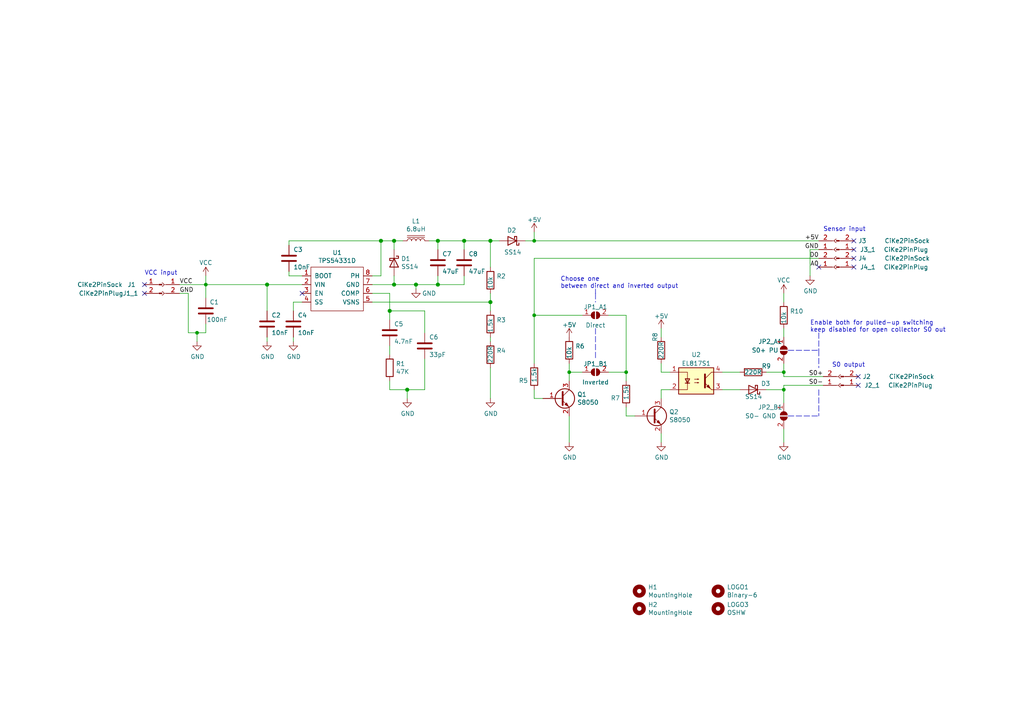
<source format=kicad_sch>
(kicad_sch (version 20210406) (generator eeschema)
  (paper "A4")
  (title_block (title "LasS0") (date "2021-06-03") (rev "v0.1"))
  (lib_symbols
    (symbol "Connector:Conn_01x02_Female" (pin_names (offset 1.016) hide)
      (property "Reference" "J" (at 0 2.54 0))
      (property "Value" "Conn_01x02_Female" (at 0 -5.08 0))
      (symbol "Conn_01x02_Female_1_1"
        (arc (start 0 -2.032) (end 0 -3.048) (radius (at 0 -2.54) (length 0.508) (angles 90.1 -90.1)) (stroke (width 0.1524)))
        (arc (start 0 0.508) (end 0 -0.508) (radius (at 0 0) (length 0.508) (angles 90.1 -90.1)) (stroke (width 0.1524)))
        (polyline (pts (xy -1.27 -2.54) (xy -0.508 -2.54)) (stroke (width 0.1524)))
        (polyline (pts (xy -1.27 0) (xy -0.508 0)) (stroke (width 0.1524)))
        (pin passive line (at -5.08 0 0) (length 3.81) (name "Pin_1") (number "1"))
        (pin passive line (at -5.08 -2.54 0) (length 3.81) (name "Pin_2") (number "2"))
      )
    )
    (symbol "Connector:Conn_01x02_Male" (pin_names (offset 1.016) hide)
      (property "Reference" "J" (at 0 2.54 0))
      (property "Value" "Conn_01x02_Male" (at 0 -5.08 0))
      (symbol "Conn_01x02_Male_1_1"
        (rectangle (start 0.8636 -2.413) (end 0 -2.667) (stroke (width 0.1524)) (fill (type outline)))
        (rectangle (start 0.8636 0.127) (end 0 -0.127) (stroke (width 0.1524)) (fill (type outline)))
        (polyline (pts (xy 1.27 -2.54) (xy 0.8636 -2.54)) (stroke (width 0.1524)))
        (polyline (pts (xy 1.27 0) (xy 0.8636 0)) (stroke (width 0.1524)))
        (pin passive line (at 5.08 0 180) (length 3.81) (name "Pin_1") (number "1"))
        (pin passive line (at 5.08 -2.54 180) (length 3.81) (name "Pin_2") (number "2"))
      )
    )
    (symbol "Device:C" (pin_numbers hide) (pin_names (offset 0.254))
      (property "Reference" "C" (at 0.635 2.54 0))
      (property "Value" "C" (at 0.635 -2.54 0))
      (symbol "C_0_1"
        (polyline (pts (xy -2.032 -0.762) (xy 2.032 -0.762)) (stroke (width 0.508)))
        (polyline (pts (xy -2.032 0.762) (xy 2.032 0.762)) (stroke (width 0.508)))
      )
      (symbol "C_1_1"
        (pin passive line (at 0 3.81 270) (length 2.794) (name "~") (number "1"))
        (pin passive line (at 0 -3.81 90) (length 2.794) (name "~") (number "2"))
      )
    )
    (symbol "Device:L_Iron" (pin_numbers hide) (pin_names (offset 1.016) hide)
      (property "Reference" "L" (at -1.27 0 90))
      (property "Value" "L_Iron" (at 2.794 0 90))
      (symbol "L_Iron_0_1"
        (arc (start 0 -2.54) (end 0 -1.27) (radius (at 0 -1.905) (length 0.635) (angles -89.9 89.9)))
        (arc (start 0 -1.27) (end 0 0) (radius (at 0 -0.635) (length 0.635) (angles -89.9 89.9)))
        (arc (start 0 0) (end 0 1.27) (radius (at 0 0.635) (length 0.635) (angles -89.9 89.9)))
        (arc (start 0 1.27) (end 0 2.54) (radius (at 0 1.905) (length 0.635) (angles -89.9 89.9)))
        (polyline (pts (xy 1.016 2.54) (xy 1.016 -2.54)))
        (polyline (pts (xy 1.524 -2.54) (xy 1.524 2.54)))
      )
      (symbol "L_Iron_1_1"
        (pin passive line (at 0 3.81 270) (length 1.27) (name "1") (number "1"))
        (pin passive line (at 0 -3.81 90) (length 1.27) (name "2") (number "2"))
      )
    )
    (symbol "Device:R" (pin_numbers hide) (pin_names (offset 0))
      (property "Reference" "R" (at 2.032 0 90))
      (property "Value" "R" (at 0 0 90))
      (symbol "R_0_1"
        (rectangle (start -1.016 -2.54) (end 1.016 2.54) (stroke (width 0.254)))
      )
      (symbol "R_1_1"
        (pin passive line (at 0 3.81 270) (length 1.27) (name "~") (number "1"))
        (pin passive line (at 0 -3.81 90) (length 1.27) (name "~") (number "2"))
      )
    )
    (symbol "Isolator:LTV-817S" (pin_names (offset 1.016))
      (property "Reference" "U" (at -3.81 5.08 0))
      (property "Value" "LTV-817S" (at 0 -5.08 0))
      (symbol "LTV-817S_1_1"
        (rectangle (start -5.08 3.81) (end 5.08 -3.81) (stroke (width 0.254)) (fill (type background)))
        (polyline (pts (xy -3.175 -0.635) (xy -1.905 -0.635)) (stroke (width 0.254)))
        (polyline (pts (xy 2.54 0.635) (xy 4.445 2.54)))
        (polyline (pts (xy 4.445 -2.54) (xy 5.08 -2.54)))
        (polyline (pts (xy 4.445 2.54) (xy 5.08 2.54)))
        (polyline (pts (xy -5.08 2.54) (xy -2.54 2.54) (xy -2.54 -0.762)))
        (polyline (pts (xy -2.54 -0.635) (xy -2.54 -2.54) (xy -5.08 -2.54)))
        (polyline (pts (xy 2.54 1.905) (xy 2.54 -1.905) (xy 2.54 -1.905)) (stroke (width 0.508)))
        (polyline (pts (xy -2.54 -0.635) (xy -3.175 0.635) (xy -1.905 0.635) (xy -2.54 -0.635)) (stroke (width 0.254)))
        (polyline (pts (xy -0.508 -0.508) (xy 0.762 -0.508) (xy 0.381 -0.635) (xy 0.381 -0.381) (xy 0.762 -0.508)))
        (polyline (pts (xy -0.508 0.508) (xy 0.762 0.508) (xy 0.381 0.381) (xy 0.381 0.635) (xy 0.762 0.508)))
        (polyline (pts (xy 4.445 -2.54) (xy 2.54 -0.635)) (fill (type outline)))
        (polyline (pts (xy 3.048 -1.651) (xy 3.556 -1.143) (xy 4.064 -2.159) (xy 3.048 -1.651) (xy 3.048 -1.651)) (fill (type outline)))
        (pin passive line (at -7.62 2.54 0) (length 2.54) (name "~") (number "1"))
        (pin passive line (at -7.62 -2.54 0) (length 2.54) (name "~") (number "2"))
        (pin passive line (at 7.62 -2.54 180) (length 2.54) (name "~") (number "3"))
        (pin passive line (at 7.62 2.54 180) (length 2.54) (name "~") (number "4"))
      )
    )
    (symbol "Jumper:SolderJumper_2_Open" (pin_names (offset 0) hide)
      (property "Reference" "JP" (at 0 2.032 0))
      (property "Value" "SolderJumper_2_Open" (at 0 -2.54 0))
      (symbol "SolderJumper_2_Open_0_1"
        (arc (start -0.254 1.016) (end -0.254 -1.016) (radius (at -0.254 0) (length 1.016) (angles 90.1 -90.1)))
        (arc (start 0.254 -1.016) (end 0.254 1.016) (radius (at 0.254 0) (length 1.016) (angles -89.9 89.9)))
        (arc (start -0.254 1.016) (end -0.254 -1.016) (radius (at -0.254 0) (length 1.016) (angles 90.1 -90.1)) (fill (type outline)))
        (arc (start 0.254 -1.016) (end 0.254 1.016) (radius (at 0.254 0) (length 1.016) (angles -89.9 89.9)) (fill (type outline)))
        (polyline (pts (xy -0.254 1.016) (xy -0.254 -1.016)))
        (polyline (pts (xy 0.254 1.016) (xy 0.254 -1.016)))
      )
      (symbol "SolderJumper_2_Open_1_1"
        (pin passive line (at -3.81 0 0) (length 2.54) (name "A") (number "1"))
        (pin passive line (at 3.81 0 180) (length 2.54) (name "B") (number "2"))
      )
    )
    (symbol "Mechanical:MountingHole" (pin_names (offset 1.016))
      (property "Reference" "H" (at 0 5.08 0))
      (property "Value" "MountingHole" (at 0 3.175 0))
      (symbol "MountingHole_0_1"
        (circle (center 0 0) (radius 1.27) (stroke (width 1.27)))
      )
    )
    (symbol "MeineBibli:S8050_correctpins" (pin_names (offset 0) hide)
      (property "Reference" "Q" (at 5.08 1.905 0))
      (property "Value" "S8050_correctpins" (at 5.08 0 0))
      (symbol "S8050_correctpins_0_1"
        (circle (center 1.27 0) (radius 2.8194) (stroke (width 0.254)))
        (polyline (pts (xy 0 0) (xy 0.635 0)))
        (polyline (pts (xy 0.635 0.635) (xy 2.54 2.54)))
        (polyline (pts (xy 0.635 -0.635) (xy 2.54 -2.54) (xy 2.54 -2.54)))
        (polyline (pts (xy 0.635 1.905) (xy 0.635 -1.905) (xy 0.635 -1.905)) (stroke (width 0.508)))
        (polyline (pts (xy 1.27 -1.778) (xy 1.778 -1.27) (xy 2.286 -2.286) (xy 1.27 -1.778) (xy 1.27 -1.778)) (fill (type outline)))
      )
      (symbol "S8050_correctpins_1_1"
        (pin input line (at -5.08 0 0) (length 5.08) (name "B") (number "1"))
        (pin passive line (at 2.54 -5.08 90) (length 2.54) (name "E") (number "2"))
        (pin passive line (at 2.54 5.08 270) (length 2.54) (name "C") (number "3"))
      )
    )
    (symbol "MeineBibli:SS14" (pin_numbers hide) (pin_names (offset 1.016) hide)
      (property "Reference" "D" (at 0 2.54 0))
      (property "Value" "SS14" (at 0 -2.54 0))
      (symbol "SS14_0_1"
        (polyline (pts (xy 1.27 0) (xy -1.27 0)))
        (polyline (pts (xy 1.27 1.27) (xy 1.27 -1.27) (xy -1.27 0) (xy 1.27 1.27)) (stroke (width 0.254)))
        (polyline (pts (xy -1.905 0.635) (xy -1.905 1.27) (xy -1.27 1.27) (xy -1.27 -1.27) (xy -0.635 -1.27) (xy -0.635 -0.635)) (stroke (width 0.254)))
      )
      (symbol "SS14_1_1"
        (pin passive line (at -3.81 0 0) (length 2.54) (name "K") (number "1"))
        (pin passive line (at 3.81 0 180) (length 2.54) (name "A") (number "2"))
      )
    )
    (symbol "MeineBibli:TPS54331D" (pin_names (offset 1.016))
      (property "Reference" "U" (at 0 10.16 0))
      (property "Value" "TPS54331D" (at 0 7.62 0))
      (property "LCSC" "C9865" (at 0 0 0))
      (symbol "TPS54331D_0_0"
        (pin input line (at -10.16 3.81 0) (length 2.54) (name "BOOT") (number "1"))
        (pin passive line (at -10.16 1.27 0) (length 2.54) (name "VIN") (number "2"))
        (pin input line (at -10.16 -1.27 0) (length 2.54) (name "EN") (number "3"))
        (pin input line (at -10.16 -3.81 0) (length 2.54) (name "SS") (number "4"))
        (pin input line (at 10.16 -3.81 180) (length 2.54) (name "VSNS") (number "5"))
        (pin input line (at 10.16 -1.27 180) (length 2.54) (name "COMP") (number "6"))
        (pin passive line (at 10.16 1.27 180) (length 2.54) (name "GND") (number "7"))
        (pin output line (at 10.16 3.81 180) (length 2.54) (name "PH") (number "8"))
      )
      (symbol "TPS54331D_0_1"
        (rectangle (start -7.62 6.35) (end 7.62 -6.35))
      )
    )
    (symbol "power:+5V" (power) (pin_names (offset 0))
      (property "Value" "+5V" (at 0 3.556 0))
      (symbol "+5V_0_1"
        (polyline (pts (xy -0.762 1.27) (xy 0 2.54)))
        (polyline (pts (xy 0 0) (xy 0 2.54)))
        (polyline (pts (xy 0 2.54) (xy 0.762 1.27)))
      )
      (symbol "+5V_1_1"
        (pin power_in line (at 0 0 90) (length 0) hide (name "+5V") (number "1"))
      )
    )
    (symbol "power:GND" (power) (pin_names (offset 0))
      (property "Value" "GND" (at 0 -3.81 0))
      (symbol "GND_0_1"
        (polyline (pts (xy 0 0) (xy 0 -1.27) (xy 1.27 -1.27) (xy 0 -2.54) (xy -1.27 -1.27) (xy 0 -1.27)))
      )
      (symbol "GND_1_1"
        (pin power_in line (at 0 0 270) (length 0) hide (name "GND") (number "1"))
      )
    )
    (symbol "power:VCC" (power) (pin_names (offset 0))
      (property "Value" "VCC" (at 0 3.81 0))
      (symbol "VCC_0_1"
        (polyline (pts (xy -0.762 1.27) (xy 0 2.54)))
        (polyline (pts (xy 0 0) (xy 0 2.54)))
        (polyline (pts (xy 0 2.54) (xy 0.762 1.27)))
      )
      (symbol "VCC_1_1"
        (pin power_in line (at 0 0 90) (length 0) hide (name "VCC") (number "1"))
      )
    )
  )
  (junction (at 57.15 96.52) (diameter 0.9144))
  (junction (at 59.69 82.55) (diameter 0.9144))
  (junction (at 77.47 82.55) (diameter 1.016))
  (junction (at 110.49 69.85) (diameter 1.016))
  (junction (at 113.03 90.17) (diameter 1.016))
  (junction (at 114.3 69.85) (diameter 1.016))
  (junction (at 114.3 82.55) (diameter 1.016))
  (junction (at 118.11 113.03) (diameter 1.016))
  (junction (at 120.65 82.55) (diameter 1.016))
  (junction (at 127 69.85) (diameter 1.016))
  (junction (at 127 82.55) (diameter 1.016))
  (junction (at 134.62 69.85) (diameter 1.016))
  (junction (at 142.24 69.85) (diameter 1.016))
  (junction (at 142.24 87.63) (diameter 1.016))
  (junction (at 154.94 69.85) (diameter 0.9144))
  (junction (at 154.94 91.44) (diameter 0.9144))
  (junction (at 165.1 107.95) (diameter 0.9144))
  (junction (at 181.61 107.95) (diameter 0.9144))
  (junction (at 227.33 107.95) (diameter 0.9144))
  (junction (at 227.33 113.03) (diameter 0.9144))
  (no_connect (at 41.91 82.55))
  (no_connect (at 41.91 85.09))
  (no_connect (at 87.63 85.09))
  (no_connect (at 237.49 77.47))
  (no_connect (at 247.65 69.85))
  (no_connect (at 247.65 72.39))
  (no_connect (at 247.65 74.93))
  (no_connect (at 247.65 77.47))
  (no_connect (at 248.92 109.22))
  (no_connect (at 248.92 111.76))
  (wire (pts (xy 52.07 82.55) (xy 59.69 82.55)))
  (wire (pts (xy 52.07 85.09) (xy 54.61 85.09)))
  (wire (pts (xy 54.61 85.09) (xy 54.61 96.52)))
  (wire (pts (xy 57.15 96.52) (xy 54.61 96.52)))
  (wire (pts (xy 57.15 96.52) (xy 59.69 96.52)))
  (wire (pts (xy 57.15 99.06) (xy 57.15 96.52)))
  (wire (pts (xy 59.69 80.01) (xy 59.69 82.55)))
  (wire (pts (xy 59.69 82.55) (xy 59.69 86.36)))
  (wire (pts (xy 59.69 82.55) (xy 77.47 82.55)))
  (wire (pts (xy 59.69 93.98) (xy 59.69 96.52)))
  (wire (pts (xy 77.47 82.55) (xy 77.47 90.17)))
  (wire (pts (xy 77.47 97.79) (xy 77.47 99.06)))
  (wire (pts (xy 83.82 69.85) (xy 83.82 71.12)))
  (wire (pts (xy 83.82 69.85) (xy 110.49 69.85)))
  (wire (pts (xy 83.82 80.01) (xy 83.82 78.74)))
  (wire (pts (xy 85.09 87.63) (xy 85.09 90.17)))
  (wire (pts (xy 85.09 97.79) (xy 85.09 99.06)))
  (wire (pts (xy 87.63 80.01) (xy 83.82 80.01)))
  (wire (pts (xy 87.63 82.55) (xy 77.47 82.55)))
  (wire (pts (xy 87.63 87.63) (xy 85.09 87.63)))
  (wire (pts (xy 107.95 80.01) (xy 110.49 80.01)))
  (wire (pts (xy 107.95 82.55) (xy 114.3 82.55)))
  (wire (pts (xy 107.95 85.09) (xy 113.03 85.09)))
  (wire (pts (xy 107.95 87.63) (xy 142.24 87.63)))
  (wire (pts (xy 110.49 69.85) (xy 110.49 80.01)))
  (wire (pts (xy 113.03 85.09) (xy 113.03 90.17)))
  (wire (pts (xy 113.03 90.17) (xy 113.03 92.71)))
  (wire (pts (xy 113.03 90.17) (xy 123.19 90.17)))
  (wire (pts (xy 113.03 100.33) (xy 113.03 102.87)))
  (wire (pts (xy 113.03 110.49) (xy 113.03 113.03)))
  (wire (pts (xy 113.03 113.03) (xy 118.11 113.03)))
  (wire (pts (xy 114.3 69.85) (xy 110.49 69.85)))
  (wire (pts (xy 114.3 69.85) (xy 114.3 72.39)))
  (wire (pts (xy 114.3 69.85) (xy 116.84 69.85)))
  (wire (pts (xy 114.3 82.55) (xy 114.3 80.01)))
  (wire (pts (xy 114.3 82.55) (xy 120.65 82.55)))
  (wire (pts (xy 118.11 113.03) (xy 123.19 113.03)))
  (wire (pts (xy 118.11 115.57) (xy 118.11 113.03)))
  (wire (pts (xy 120.65 82.55) (xy 127 82.55)))
  (wire (pts (xy 120.65 83.82) (xy 120.65 82.55)))
  (wire (pts (xy 123.19 90.17) (xy 123.19 96.52)))
  (wire (pts (xy 123.19 113.03) (xy 123.19 104.14)))
  (wire (pts (xy 124.46 69.85) (xy 127 69.85)))
  (wire (pts (xy 127 69.85) (xy 127 72.39)))
  (wire (pts (xy 127 69.85) (xy 134.62 69.85)))
  (wire (pts (xy 127 82.55) (xy 127 80.01)))
  (wire (pts (xy 134.62 69.85) (xy 134.62 72.39)))
  (wire (pts (xy 134.62 69.85) (xy 142.24 69.85)))
  (wire (pts (xy 134.62 80.01) (xy 134.62 82.55)))
  (wire (pts (xy 134.62 82.55) (xy 127 82.55)))
  (wire (pts (xy 142.24 69.85) (xy 144.78 69.85)))
  (wire (pts (xy 142.24 77.47) (xy 142.24 69.85)))
  (wire (pts (xy 142.24 87.63) (xy 142.24 85.09)))
  (wire (pts (xy 142.24 90.17) (xy 142.24 87.63)))
  (wire (pts (xy 142.24 97.79) (xy 142.24 99.06)))
  (wire (pts (xy 142.24 106.68) (xy 142.24 115.57)))
  (wire (pts (xy 152.4 69.85) (xy 154.94 69.85)))
  (wire (pts (xy 154.94 67.31) (xy 154.94 69.85)))
  (wire (pts (xy 154.94 69.85) (xy 237.49 69.85)))
  (wire (pts (xy 154.94 74.93) (xy 154.94 91.44)))
  (wire (pts (xy 154.94 74.93) (xy 237.49 74.93)))
  (wire (pts (xy 154.94 91.44) (xy 154.94 105.41)))
  (wire (pts (xy 154.94 91.44) (xy 168.91 91.44)))
  (wire (pts (xy 154.94 113.03) (xy 154.94 115.57)))
  (wire (pts (xy 154.94 115.57) (xy 157.48 115.57)))
  (wire (pts (xy 165.1 105.41) (xy 165.1 107.95)))
  (wire (pts (xy 165.1 107.95) (xy 165.1 110.49)))
  (wire (pts (xy 165.1 107.95) (xy 168.91 107.95)))
  (wire (pts (xy 165.1 120.65) (xy 165.1 128.27)))
  (wire (pts (xy 176.53 91.44) (xy 181.61 91.44)))
  (wire (pts (xy 176.53 107.95) (xy 181.61 107.95)))
  (wire (pts (xy 181.61 91.44) (xy 181.61 107.95)))
  (wire (pts (xy 181.61 107.95) (xy 181.61 110.49)))
  (wire (pts (xy 181.61 118.11) (xy 181.61 120.65)))
  (wire (pts (xy 181.61 120.65) (xy 184.15 120.65)))
  (wire (pts (xy 191.77 95.25) (xy 191.77 97.79)))
  (wire (pts (xy 191.77 105.41) (xy 191.77 107.95)))
  (wire (pts (xy 191.77 107.95) (xy 194.31 107.95)))
  (wire (pts (xy 191.77 113.03) (xy 191.77 115.57)))
  (wire (pts (xy 191.77 113.03) (xy 194.31 113.03)))
  (wire (pts (xy 191.77 125.73) (xy 191.77 128.27)))
  (wire (pts (xy 209.55 107.95) (xy 214.63 107.95)))
  (wire (pts (xy 209.55 113.03) (xy 214.63 113.03)))
  (wire (pts (xy 222.25 107.95) (xy 227.33 107.95)))
  (wire (pts (xy 227.33 85.09) (xy 227.33 87.63)))
  (wire (pts (xy 227.33 95.25) (xy 227.33 97.79)))
  (wire (pts (xy 227.33 105.41) (xy 227.33 107.95)))
  (wire (pts (xy 227.33 107.95) (xy 227.33 109.22)))
  (wire (pts (xy 227.33 109.22) (xy 238.76 109.22)))
  (wire (pts (xy 227.33 111.76) (xy 227.33 113.03)))
  (wire (pts (xy 227.33 113.03) (xy 222.25 113.03)))
  (wire (pts (xy 227.33 113.03) (xy 227.33 116.84)))
  (wire (pts (xy 227.33 124.46) (xy 227.33 128.27)))
  (wire (pts (xy 234.95 72.39) (xy 234.95 80.01)))
  (wire (pts (xy 237.49 72.39) (xy 234.95 72.39)))
  (wire (pts (xy 238.76 111.76) (xy 227.33 111.76)))
  (polyline (pts (xy 172.72 83.82) (xy 172.72 85.09)) (stroke (width 0) (type dash)))
  (polyline (pts (xy 172.72 85.09) (xy 172.72 87.63)) (stroke (width 0) (type dash)))
  (polyline (pts (xy 172.72 95.25) (xy 172.72 104.14)) (stroke (width 0) (type dash)))
  (polyline (pts (xy 228.6 101.6) (xy 237.49 101.6)) (stroke (width 0) (type dash)))
  (polyline (pts (xy 228.6 120.65) (xy 237.49 120.65)) (stroke (width 0) (type dash)))
  (polyline (pts (xy 237.49 96.52) (xy 237.49 101.6)) (stroke (width 0) (type dash)))
  (polyline (pts (xy 237.49 101.6) (xy 237.49 106.68)) (stroke (width 0) (type dash)))
  (polyline (pts (xy 237.49 113.03) (xy 237.49 120.65)) (stroke (width 0) (type dash)))
  (text "VCC input" (at 41.91 80.01 0) (effects (font (size 1.27 1.27)) (justify left bottom)))
  (text "Choose one\nbetween direct and inverted output" (at 162.56 83.82 0) (effects (font (size 1.27 1.27)) (justify left bottom)))
  (text "Enable both for pulled-up switching\nkeep disabled for open collector S0 out" (at 234.95 96.52 0) (effects (font (size 1.27 1.27)) (justify left bottom)))
  (text "Sensor input" (at 238.76 67.31 0) (effects (font (size 1.27 1.27)) (justify left bottom)))
  (text "S0 output" (at 241.3 106.68 0) (effects (font (size 1.27 1.27)) (justify left bottom)))
  (label "VCC" (at 52.07 82.55 0))
  (label "GND" (at 52.07 85.09 0))
  (label "+5V" (at 237.49 69.85 180))
  (label "GND" (at 237.49 72.39 180))
  (label "D0" (at 237.49 74.93 180))
  (label "A0" (at 237.49 77.47 180))
  (label "S0+" (at 238.76 109.22 180))
  (label "S0-" (at 238.76 111.76 180))
  (symbol (lib_id "power:VCC") (at 59.69 80.01 0) (unit 1)
    (property "Reference" "#PWR02" (effects hide))
    (property "Value" "VCC" (at 59.69 76.2 0))
  )
  (symbol (lib_id "power:+5V") (at 154.94 67.31 0) (unit 1)
    (property "Reference" "#PWR08" (effects hide))
    (property "Value" "+5V" (at 154.94 63.754 0))
  )
  (symbol (lib_id "power:+5V") (at 165.1 97.79 0) (unit 1)
    (property "Reference" "#PWR09" (effects hide))
    (property "Value" "+5V" (at 165.1 94.234 0))
  )
  (symbol (lib_id "power:+5V") (at 191.77 95.25 0) (unit 1)
    (property "Reference" "#PWR011" (effects hide))
    (property "Value" "+5V" (at 191.77 91.694 0))
  )
  (symbol (lib_id "power:VCC") (at 227.33 85.09 0) (unit 1)
    (property "Reference" "#PWR013" (effects hide))
    (property "Value" "VCC" (at 227.33 81.28 0))
  )
  (symbol (lib_id "power:GND") (at 57.15 99.06 0) (unit 1)
    (property "Reference" "#PWR01" (effects hide))
    (property "Value" "GND" (at 57.277 103.4542 0))
  )
  (symbol (lib_id "power:GND") (at 77.47 99.06 0) (unit 1)
    (property "Reference" "#PWR03" (effects hide))
    (property "Value" "GND" (at 77.597 103.4542 0))
  )
  (symbol (lib_id "power:GND") (at 85.09 99.06 0) (unit 1)
    (property "Reference" "#PWR04" (effects hide))
    (property "Value" "GND" (at 85.217 103.4542 0))
  )
  (symbol (lib_id "power:GND") (at 118.11 115.57 0) (unit 1)
    (property "Reference" "#PWR05" (effects hide))
    (property "Value" "GND" (at 118.237 119.9642 0))
  )
  (symbol (lib_id "power:GND") (at 120.65 83.82 0) (unit 1)
    (property "Reference" "#PWR06" (effects hide))
    (property "Value" "GND" (at 124.46 85.09 0))
  )
  (symbol (lib_id "power:GND") (at 142.24 115.57 0) (unit 1)
    (property "Reference" "#PWR07" (effects hide))
    (property "Value" "GND" (at 142.367 119.9642 0))
  )
  (symbol (lib_id "power:GND") (at 165.1 128.27 0) (unit 1)
    (property "Reference" "#PWR010" (effects hide))
    (property "Value" "GND" (at 165.227 132.6642 0))
  )
  (symbol (lib_id "power:GND") (at 191.77 128.27 0) (unit 1)
    (property "Reference" "#PWR012" (effects hide))
    (property "Value" "GND" (at 191.897 132.6642 0))
  )
  (symbol (lib_id "power:GND") (at 227.33 128.27 0) (unit 1)
    (property "Reference" "#PWR014" (effects hide))
    (property "Value" "GND" (at 227.457 132.6642 0))
  )
  (symbol (lib_id "power:GND") (at 234.95 80.01 0) (unit 1)
    (property "Reference" "#PWR015" (effects hide))
    (property "Value" "GND" (at 235.077 84.4042 0))
  )
  (symbol (lib_id "Mechanical:MountingHole") (at 185.42 171.45 0) (unit 1) (in_bom no)
    (property "Reference" "H1" (at 187.9601 170.3006 0) (effects (justify left)))
    (property "Value" "MountingHole" (at 187.9601 172.5993 0) (effects (justify left)))
    (property "Footprint" "MeineBib:EigenesMountingHole_2.7mm_M2.5" (effects hide))
  )
  (symbol (lib_id "Mechanical:MountingHole") (at 185.42 176.53 0) (unit 1) (in_bom no)
    (property "Reference" "H2" (at 187.9601 175.3806 0) (effects (justify left)))
    (property "Value" "MountingHole" (at 187.9601 177.6793 0) (effects (justify left)))
    (property "Footprint" "MeineBib:EigenesMountingHole_2.7mm_M2.5" (effects hide))
  )
  (symbol (lib_id "Mechanical:MountingHole") (at 208.28 171.45 0) (unit 1) (in_bom no)
    (property "Reference" "LOGO1" (at 210.82 170.2816 0) (effects (justify left)))
    (property "Value" "Binary-6" (at 210.82 172.593 0) (effects (justify left)))
    (property "Footprint" "MeineBib:Binary_6_v0.1" (effects hide))
  )
  (symbol (lib_id "Mechanical:MountingHole") (at 208.28 176.53 0) (unit 1) (in_bom no)
    (property "Reference" "LOGO3" (at 210.82 175.362 0) (effects (justify left)))
    (property "Value" "OSHW" (at 210.82 177.673 0) (effects (justify left)))
    (property "Footprint" "Symbol:OSHW-Symbol_6.7x6mm_SilkScreen" (effects hide))
  )
  (symbol (lib_id "Device:L_Iron") (at 120.65 69.85 270) (mirror x) (unit 1)
    (property "Reference" "L1" (at 120.65 64.135 90))
    (property "Value" "6.8uH" (at 120.65 66.4464 90))
    (property "Footprint" "MeineBib:Sunltech_SLO0630H" (effects hide))
    (property "Datasheet" "https://datasheet.lcsc.com/szlcsc/1811091611_Sunltech-Tech-SLO0630H6R8MTT_C207841.pdf" (effects hide))
    (property "LCSC" "C207841" (effects hide))
  )
  (symbol (lib_id "Jumper:SolderJumper_2_Open") (at 172.72 91.44 0) (mirror x) (unit 1) (in_bom no)
    (property "Reference" "JP1_A1" (at 172.72 89.027 0))
    (property "Value" "Direct" (at 172.72 94.336 0))
    (property "Footprint" "Jumper:SolderJumper-2_P1.3mm_Open_TrianglePad1.0x1.5mm" (effects hide))
  )
  (symbol (lib_id "Jumper:SolderJumper_2_Open") (at 172.72 107.95 0) (mirror x) (unit 1) (in_bom no)
    (property "Reference" "JP1_B1" (at 172.72 105.537 0))
    (property "Value" "Inverted" (at 172.72 110.846 0))
    (property "Footprint" "Jumper:SolderJumper-2_P1.3mm_Open_TrianglePad1.0x1.5mm" (effects hide))
  )
  (symbol (lib_id "Jumper:SolderJumper_2_Open") (at 227.33 101.6 90) (mirror x) (unit 1) (in_bom no)
    (property "Reference" "JP2_A1" (at 223.393 99.06 90))
    (property "Value" "S0+ PU" (at 221.894 101.6 90))
    (property "Footprint" "Jumper:SolderJumper-2_P1.3mm_Open_TrianglePad1.0x1.5mm" (effects hide))
  )
  (symbol (lib_id "Jumper:SolderJumper_2_Open") (at 227.33 120.65 90) (mirror x) (unit 1) (in_bom no)
    (property "Reference" "JP2_B1" (at 223.393 118.11 90))
    (property "Value" "S0- GND" (at 220.624 120.65 90))
    (property "Footprint" "Jumper:SolderJumper-2_P1.3mm_Open_TrianglePad1.0x1.5mm" (effects hide))
  )
  (symbol (lib_id "Connector:Conn_01x02_Male") (at 46.99 82.55 0) (mirror y) (unit 1) (on_board no)
    (property "Reference" "J1_1" (at 35.56 85.09 0) (effects (justify right)))
    (property "Value" "CiKe2PinPlug" (at 22.86 85.09 0) (effects (justify right)))
    (property "LCSC" "C71370" (effects hide))
  )
  (symbol (lib_id "Connector:Conn_01x02_Male") (at 242.57 72.39 0) (mirror x) (unit 1) (on_board no)
    (property "Reference" "J3_1" (at 254 72.39 0) (effects (justify right)))
    (property "Value" "CiKe2PinPlug" (at 269.24 72.39 0) (effects (justify right)))
    (property "LCSC" "C71370" (effects hide))
  )
  (symbol (lib_id "Connector:Conn_01x02_Male") (at 242.57 77.47 0) (mirror x) (unit 1) (on_board no)
    (property "Reference" "J4_1" (at 254 77.47 0) (effects (justify right)))
    (property "Value" "CiKe2PinPlug" (at 269.24 77.47 0) (effects (justify right)))
    (property "LCSC" "C71370" (effects hide))
  )
  (symbol (lib_id "Connector:Conn_01x02_Male") (at 243.84 111.76 0) (mirror x) (unit 1) (on_board no)
    (property "Reference" "J2_1" (at 255.27 111.76 0) (effects (justify right)))
    (property "Value" "CiKe2PinPlug" (at 270.51 111.76 0) (effects (justify right)))
    (property "LCSC" "C71370" (effects hide))
  )
  (symbol (lib_id "Device:R") (at 113.03 106.68 0) (unit 1)
    (property "Reference" "R1" (at 114.808 105.5116 0) (effects (justify left)))
    (property "Value" "47K" (at 114.808 107.823 0) (effects (justify left)))
    (property "Footprint" "Resistor_SMD:R_0603_1608Metric" (effects hide))
    (property "LCSC" "C25819" (effects hide))
  )
  (symbol (lib_id "Device:R") (at 142.24 81.28 0) (unit 1)
    (property "Reference" "R2" (at 144.018 80.1116 0) (effects (justify left)))
    (property "Value" "10k" (at 142.24 83.82 90) (effects (justify left)))
    (property "Footprint" "Resistor_SMD:R_0603_1608Metric" (effects hide))
    (property "LCSC" "C25804" (effects hide))
  )
  (symbol (lib_id "Device:R") (at 142.24 93.98 0) (unit 1)
    (property "Reference" "R3" (at 144.018 92.8116 0) (effects (justify left)))
    (property "Value" "1.5k" (at 142.24 96.52 90) (effects (justify left)))
    (property "Footprint" "Resistor_SMD:R_0603_1608Metric" (effects hide))
    (property "LCSC" "C22843" (effects hide))
  )
  (symbol (lib_id "Device:R") (at 142.24 102.87 0) (unit 1)
    (property "Reference" "R4" (at 144.018 101.7016 0) (effects (justify left)))
    (property "Value" "220R" (at 142.24 105.41 90) (effects (justify left)))
    (property "Footprint" "Resistor_SMD:R_0603_1608Metric" (effects hide))
    (property "LCSC" "C22962" (effects hide))
  )
  (symbol (lib_id "Device:R") (at 154.94 109.22 180) (unit 1)
    (property "Reference" "R5" (at 153.162 110.3884 0) (effects (justify left)))
    (property "Value" "1.5k" (at 154.94 106.68 90) (effects (justify left)))
    (property "Footprint" "Resistor_SMD:R_0603_1608Metric" (effects hide))
    (property "LCSC" "C22843" (effects hide))
  )
  (symbol (lib_id "Device:R") (at 165.1 101.6 0) (unit 1)
    (property "Reference" "R6" (at 166.878 100.4316 0) (effects (justify left)))
    (property "Value" "10k" (at 165.1 104.14 90) (effects (justify left)))
    (property "Footprint" "Resistor_SMD:R_0603_1608Metric" (effects hide))
    (property "LCSC" "C25804" (effects hide))
  )
  (symbol (lib_id "Device:R") (at 181.61 114.3 180) (unit 1)
    (property "Reference" "R7" (at 179.832 115.4684 0) (effects (justify left)))
    (property "Value" "1.5k" (at 181.61 111.76 90) (effects (justify left)))
    (property "Footprint" "Resistor_SMD:R_0603_1608Metric" (effects hide))
    (property "LCSC" "C22843" (effects hide))
  )
  (symbol (lib_id "Device:R") (at 191.77 101.6 180) (unit 1)
    (property "Reference" "R8" (at 189.992 96.4184 90) (effects (justify left)))
    (property "Value" "220R" (at 191.77 99.06 90) (effects (justify left)))
    (property "Footprint" "Resistor_SMD:R_0603_1608Metric" (effects hide))
    (property "LCSC" "C22962" (effects hide))
  )
  (symbol (lib_id "Device:R") (at 218.44 107.95 90) (unit 1)
    (property "Reference" "R9" (at 223.6216 106.172 90) (effects (justify left)))
    (property "Value" "220R" (at 220.98 107.95 90) (effects (justify left)))
    (property "Footprint" "Resistor_SMD:R_0603_1608Metric" (effects hide))
    (property "LCSC" "C22962" (effects hide))
  )
  (symbol (lib_id "Device:R") (at 227.33 91.44 0) (unit 1)
    (property "Reference" "R10" (at 229.108 90.2716 0) (effects (justify left)))
    (property "Value" "10k" (at 227.33 93.98 90) (effects (justify left)))
    (property "Footprint" "Resistor_SMD:R_0603_1608Metric" (effects hide))
    (property "LCSC" "C25804" (effects hide))
  )
  (symbol (lib_id "Connector:Conn_01x02_Female") (at 46.99 82.55 0) (mirror y) (unit 1)
    (property "Reference" "J1" (at 39.37 82.55 0) (effects (justify left)))
    (property "Value" "CiKe2PinSock" (at 35.56 82.55 0) (effects (justify left)))
    (property "Footprint" "MeineBib:Cixi_Kefa_Elec_KF2EDGR-5.08-2P" (effects hide))
    (property "LCSC" "C8383" (effects hide))
  )
  (symbol (lib_id "Connector:Conn_01x02_Female") (at 242.57 72.39 0) (mirror x) (unit 1)
    (property "Reference" "J3" (at 248.92 69.85 0) (effects (justify left)))
    (property "Value" "CiKe2PinSock" (at 256.54 69.85 0) (effects (justify left)))
    (property "Footprint" "MeineBib:Cixi_Kefa_Elec_KF2EDGR-5.08-2P" (effects hide))
    (property "LCSC" "C8383" (effects hide))
  )
  (symbol (lib_id "Connector:Conn_01x02_Female") (at 242.57 77.47 0) (mirror x) (unit 1)
    (property "Reference" "J4" (at 248.92 74.93 0) (effects (justify left)))
    (property "Value" "CiKe2PinSock" (at 256.54 74.93 0) (effects (justify left)))
    (property "Footprint" "MeineBib:Cixi_Kefa_Elec_KF2EDGR-5.08-2P" (effects hide))
    (property "LCSC" "C8383" (effects hide))
  )
  (symbol (lib_id "Connector:Conn_01x02_Female") (at 243.84 111.76 0) (mirror x) (unit 1)
    (property "Reference" "J2" (at 250.19 109.22 0) (effects (justify left)))
    (property "Value" "CiKe2PinSock" (at 257.81 109.22 0) (effects (justify left)))
    (property "Footprint" "MeineBib:Cixi_Kefa_Elec_KF2EDGR-5.08-2P" (effects hide))
    (property "LCSC" "C8383" (effects hide))
  )
  (symbol (lib_id "MeineBibli:SS14") (at 114.3 76.2 270) (unit 1)
    (property "Reference" "D1" (at 116.332 75.0316 90) (effects (justify left)))
    (property "Value" "SS14" (at 116.332 77.343 90) (effects (justify left)))
    (property "Footprint" "Diode_SMD:D_SMA" (effects hide))
    (property "Datasheet" "https://datasheet.lcsc.com/szlcsc/1903051003_MDD-Jiangsu-Yutai-Elec-SS14_C2480.pdf" (effects hide))
    (property "LCSC" "C2480" (effects hide))
  )
  (symbol (lib_id "MeineBibli:SS14") (at 148.59 69.85 180) (unit 1)
    (property "Reference" "D2" (at 149.7584 66.802 0) (effects (justify left)))
    (property "Value" "SS14" (at 151.257 73.152 0) (effects (justify left)))
    (property "Footprint" "Diode_SMD:D_SMA" (effects hide))
    (property "Datasheet" "https://datasheet.lcsc.com/szlcsc/1903051003_MDD-Jiangsu-Yutai-Elec-SS14_C2480.pdf" (effects hide))
    (property "LCSC" "C2480" (effects hide))
  )
  (symbol (lib_id "MeineBibli:SS14") (at 218.44 113.03 180) (unit 1)
    (property "Reference" "D3" (at 223.4184 111.252 0) (effects (justify left)))
    (property "Value" "SS14" (at 221.107 115.062 0) (effects (justify left)))
    (property "Footprint" "Diode_SMD:D_SMA" (effects hide))
    (property "Datasheet" "https://datasheet.lcsc.com/szlcsc/1903051003_MDD-Jiangsu-Yutai-Elec-SS14_C2480.pdf" (effects hide))
    (property "LCSC" "C2480" (effects hide))
  )
  (symbol (lib_id "Device:C") (at 59.69 90.17 180) (unit 1)
    (property "Reference" "C1" (at 63.5 87.63 0) (effects (justify left)))
    (property "Value" "100nF" (at 66.04 92.71 0) (effects (justify left)))
    (property "Footprint" "Capacitor_SMD:C_0603_1608Metric" (effects hide))
    (property "LCSC" "C14663" (effects hide))
  )
  (symbol (lib_id "Device:C") (at 77.47 93.98 0) (unit 1)
    (property "Reference" "C2" (at 78.74 91.44 0) (effects (justify left)))
    (property "Value" "10nF" (at 78.74 96.52 0) (effects (justify left)))
    (property "Footprint" "Capacitor_SMD:C_0603_1608Metric" (effects hide))
    (property "LCSC" "C57112" (effects hide))
  )
  (symbol (lib_id "Device:C") (at 83.82 74.93 0) (unit 1)
    (property "Reference" "C3" (at 85.09 72.39 0) (effects (justify left)))
    (property "Value" "10nF" (at 85.09 77.47 0) (effects (justify left)))
    (property "Footprint" "Capacitor_SMD:C_0603_1608Metric" (effects hide))
    (property "LCSC" "C57112" (effects hide))
  )
  (symbol (lib_id "Device:C") (at 85.09 93.98 0) (unit 1)
    (property "Reference" "C4" (at 86.36 91.44 0) (effects (justify left)))
    (property "Value" "10nF" (at 86.36 96.52 0) (effects (justify left)))
    (property "Footprint" "Capacitor_SMD:C_0603_1608Metric" (effects hide))
    (property "LCSC" "C57112" (effects hide))
  )
  (symbol (lib_id "Device:C") (at 113.03 96.52 0) (unit 1)
    (property "Reference" "C5" (at 114.3 93.98 0) (effects (justify left)))
    (property "Value" "4.7nF" (at 114.3 99.06 0) (effects (justify left)))
    (property "Footprint" "Capacitor_SMD:C_0603_1608Metric" (effects hide))
    (property "LCSC" "C53987" (effects hide))
  )
  (symbol (lib_id "Device:C") (at 123.19 100.33 0) (unit 1)
    (property "Reference" "C6" (at 124.46 97.79 0) (effects (justify left)))
    (property "Value" "33pF" (at 124.46 102.87 0) (effects (justify left)))
    (property "Footprint" "Capacitor_SMD:C_0603_1608Metric" (effects hide))
    (property "LCSC" "C1663" (effects hide))
  )
  (symbol (lib_id "Device:C") (at 127 76.2 0) (unit 1)
    (property "Reference" "C7" (at 128.27 73.66 0) (effects (justify left)))
    (property "Value" "47uF" (at 128.27 78.74 0) (effects (justify left)))
    (property "Footprint" "Capacitor_SMD:C_1206_3216Metric" (effects hide))
    (property "LCSC" "C96123" (effects hide))
  )
  (symbol (lib_id "Device:C") (at 134.62 76.2 0) (unit 1)
    (property "Reference" "C8" (at 135.89 73.66 0) (effects (justify left)))
    (property "Value" "47uF" (at 135.89 78.74 0) (effects (justify left)))
    (property "Footprint" "Capacitor_SMD:C_1206_3216Metric" (effects hide))
    (property "LCSC" "C96123" (effects hide))
  )
  (symbol (lib_id "MeineBibli:S8050_correctpins") (at 162.56 115.57 0) (unit 1)
    (property "Reference" "Q1" (at 167.411 114.402 0) (effects (justify left)))
    (property "Value" "S8050" (at 167.4114 116.713 0) (effects (justify left)))
    (property "Footprint" "Package_TO_SOT_SMD:SOT-23" (effects hide))
    (property "Datasheet" "https://datasheet.lcsc.com/szlcsc/1811052004_Changjiang-Electronics-Tech-CJ-SS8050_C2150.pdf" (effects hide))
    (property "LCSC" "C2150" (effects hide))
  )
  (symbol (lib_id "MeineBibli:S8050_correctpins") (at 189.23 120.65 0) (unit 1)
    (property "Reference" "Q2" (at 194.081 119.482 0) (effects (justify left)))
    (property "Value" "S8050" (at 194.0814 121.793 0) (effects (justify left)))
    (property "Footprint" "Package_TO_SOT_SMD:SOT-23" (effects hide))
    (property "Datasheet" "https://datasheet.lcsc.com/szlcsc/1811052004_Changjiang-Electronics-Tech-CJ-SS8050_C2150.pdf" (effects hide))
    (property "LCSC" "C2150" (effects hide))
  )
  (symbol (lib_id "Isolator:LTV-817S") (at 201.93 110.49 0) (unit 1)
    (property "Reference" "U2" (at 201.93 102.87 0))
    (property "Value" "EL817S1" (at 201.93 105.41 0))
    (property "Footprint" "Package_DIP:SMDIP-4_W9.53mm" (effects hide))
    (property "Datasheet" "https://datasheet.lcsc.com/szlcsc/Everlight-Elec-EL817S1-C-TU-F_C106900.pdf" (effects hide))
    (property "LCSC" "C106900" (effects hide))
  )
  (symbol (lib_id "MeineBibli:TPS54331D") (at 97.79 83.82 0) (unit 1)
    (property "Reference" "U1" (at 97.79 73.279 0))
    (property "Value" "TPS54331D" (at 97.79 75.5904 0))
    (property "Footprint" "Package_SO:SOIC-8_3.9x4.9mm_P1.27mm" (effects hide))
    (property "Datasheet" "https://www.ti.com/lit/ds/symlink/tps54331.pdf?ts=1610894439710" (effects hide))
    (property "LCSC" "C9865" (effects hide))
  )
)
</source>
